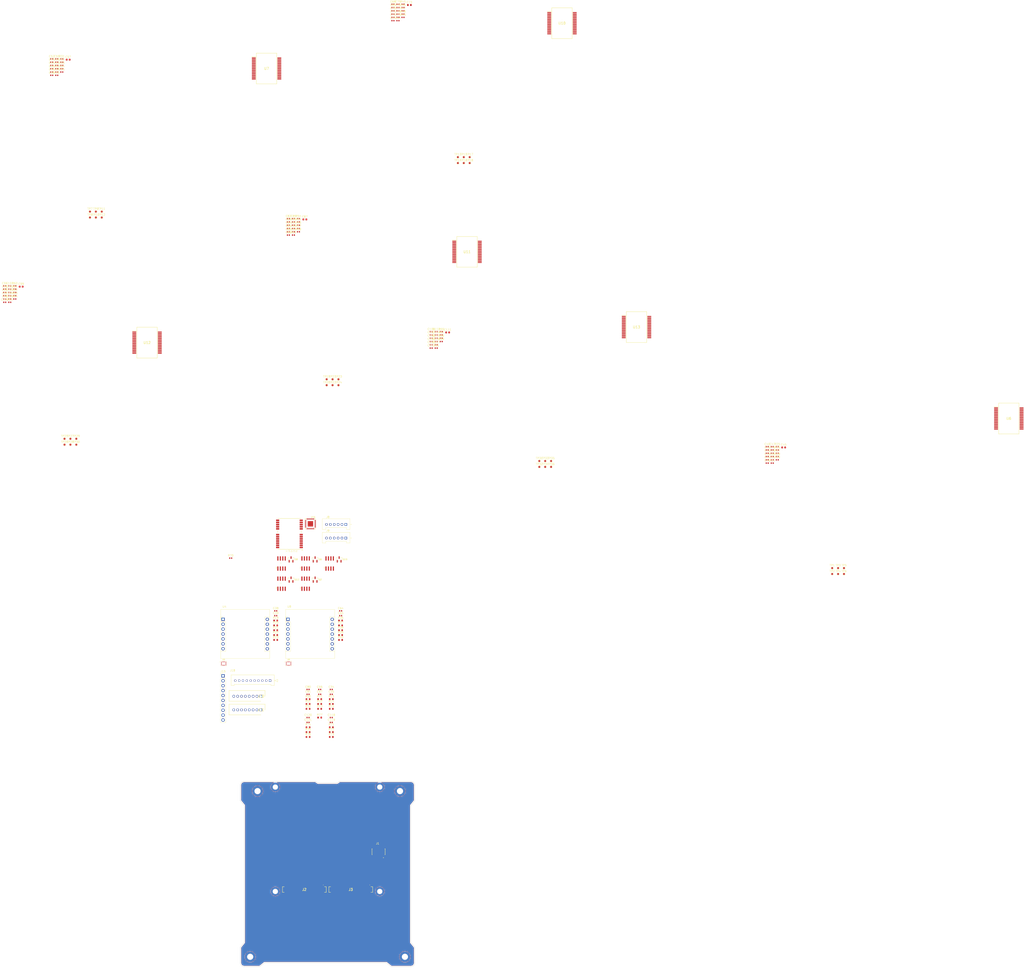
<source format=kicad_pcb>
(kicad_pcb (version 20221018) (generator pcbnew)
  (layers (0 "F.Cu" signal) (1 "In1.Cu" signal) (2 "In2.Cu" signal) (31 "B.Cu" signal) (34 "B.Paste" user) (35 "F.Paste" user) (36 "B.SilkS" user "B.Silkscreen") (37 "F.SilkS" user "F.Silkscreen") (38 "B.Mask" user) (39 "F.Mask" user) (44 "Edge.Cuts" user))
  (net 0 "")
  (net 1 "VSYS")
  (net 2 "GPIO_LPSR_00")
  (net 3 "VDD_3V3")
  (net 4 "GPIO_LPSR_01")
  (net 5 "GPIO_LPSR_02")
  (net 6 "ONOFF")
  (net 7 "GPIO_LPSR_03")
  (net 8 "PMIC_STBY_REQ")
  (net 9 "WAKEUP")
  (net 10 "GPIO_LPSR_04")
  (net 11 "PMIC_ON_REQ")
  (net 12 "GPIO_LPSR_05")
  (net 13 "DAC_OUT")
  (net 14 "GPIO_LPSR_06")
  (net 15 "EN_ADCS")
  (net 16 "GPIO_LPSR_07")
  (net 17 "GPIO_SD_B1_00")
  (net 18 "GPIO_LPSR_08")
  (net 19 "GPIO_SD_B1_01")
  (net 20 "GPIO_LPSR_09")
  (net 21 "GPIO_SD_B1_03")
  (net 22 "GPIO_AD_00")
  (net 23 "GPIO_SD_B1_04")
  (net 24 "GPIO_AD_01")
  (net 25 "GPIO_SD_B1_05")
  (net 26 "GPIO_AD_02")
  (net 27 "USDHC2_DATA3")
  (net 28 "GPIO_AD_03")
  (net 29 "USDHC2_DATA2")
  (net 30 "GPIO_AD_04")
  (net 31 "USDHC2_DATA1")
  (net 32 "BT_CFG_IO_EN")
  (net 33 "USDHC2_DATA0")
  (net 34 "USDHC2_CLK")
  (net 35 "GPIO_AD_06")
  (net 36 "USDHC2_CMD")
  (net 37 "GPIO_AD_07")
  (net 38 "GPIO_AD_08")
  (net 39 "GPIO_EMC_B1_40")
  (net 40 "GPIO_AD_09")
  (net 41 "GPIO_EMC_B1_41")
  (net 42 "GPIO_AD_10")
  (net 43 "GPIO_AD_11")
  (net 44 "VDD_3V3_LP")
  (net 45 "GPIO_AD_12")
  (net 46 "GPIO_AD_13")
  (net 47 "GPIO_AD_14")
  (net 48 "GPIO_AD_15")
  (net 49 "GPIO_AD_16")
  (net 50 "GPIO_AD_17")
  (net 51 "GPIO_AD_18")
  (net 52 "GPIO_AD_19")
  (net 53 "GPIO_AD_20")
  (net 54 "GPIO_AD_21")
  (net 55 "GPIO_AD_23")
  (net 56 "GPIO_AD_22")
  (net 57 "GPIO_AD_31")
  (net 58 "LPUART1_RX_BOOT")
  (net 59 "GPIO_AD_32")
  (net 61 "GPIO_AD_26")
  (net 62 "GPIO_AD_33")
  (net 63 "GPIO_AD_34")
  (net 64 "GPIO_AD_27")
  (net 65 "GPIO_AD_35")
  (net 66 "GPIO_AD_28")
  (net 67 "GPIO_AD_29")
  (net 68 "GPIO_AD_30")
  (net 69 "VDD_1V8")
  (net 70 "GPIO_SNVS_00")
  (net 71 "GPIO_SNVS_01")
  (net 72 "GPIO_DISP_B1_00")
  (net 73 "GPIO_SNVS_02")
  (net 75 "GPIO_DISP_B1_01")
  (net 77 "GPIO_SNVS_03")
  (net 79 "GPIO_DISP_B1_02")
  (net 81 "GPIO_SNVS_04")
  (net 82 "GPIO_DISP_B1_03")
  (net 83 "GPIO_DISP_B1_04")
  (net 85 "GPIO_SNVS_05")
  (net 87 "GPIO_DISP_B1_05")
  (net 89 "GPIO_SNVS_06")
  (net 91 "GPIO_SNVS_07")
  (net 92 "GPIO_DISP_B1_06")
  (net 93 "GPIO_SNVS_08")
  (net 94 "GPIO_DISP_B1_07")
  (net 95 "GPIO_SNVS_09")
  (net 96 "GPIO_DISP_B1_08")
  (net 97 "GPIO_DISP_B1_09")
  (net 98 "GPIO_EMC_B2_00")
  (net 99 "GPIO_DISP_B1_10")
  (net 100 "GPIO_EMC_B2_01")
  (net 101 "GPIO_DISP_B1_11")
  (net 102 "GPIO_EMC_B2_02")
  (net 103 "GPIO_EMC_B2_03")
  (net 104 "GPIO_DISP_B2_00")
  (net 105 "GPIO_EMC_B2_04")
  (net 106 "GPIO_DISP_B2_01")
  (net 107 "GPIO_DISP_B2_02")
  (net 108 "GPIO_EMC_B2_05")
  (net 109 "GPIO_DISP_B2_03")
  (net 110 "GPIO_EMC_B2_06")
  (net 111 "GPIO_DISP_B2_04")
  (net 112 "GPIO_EMC_B2_07")
  (net 113 "GPIO_DISP_B2_05")
  (net 114 "GPIO_EMC_B2_08")
  (net 115 "GPIO_EMC_B2_09")
  (net 116 "GPIO_DISP_B2_06")
  (net 117 "GPIO_DISP_B2_07")
  (net 118 "GPIO_EMC_B2_10")
  (net 119 "GPIO_DISP_B2_08")
  (net 120 "GPIO_EMC_B2_11")
  (net 121 "GPIO_DISP_B2_09")
  (net 122 "GPIO_EMC_B2_12")
  (net 123 "GPIO_DISP_B2_10")
  (net 124 "GPIO_EMC_B2_13")
  (net 125 "GPIO_EMC_B2_14")
  (net 126 "GPIO_DISP_B2_11")
  (net 127 "GPIO_DISP_B2_12")
  (net 128 "GPIO_EMC_B2_15")
  (net 129 "GPIO_DISP_B2_13")
  (net 130 "GPIO_EMC_B2_16")
  (net 131 "GPIO_DISP_B2_14")
  (net 132 "GPIO_EMC_B2_17")
  (net 133 "GPIO_DISP_B2_15")
  (net 134 "GPIO_EMC_B2_18")
  (net 135 "GPIO_EMC_B2_19")
  (net 136 "GPIO_EMC_B2_20")
  (net 143 "GND")
  (net 144 "/IMU2_and_MAG2/3V3_SENSORS")
  (net 145 "Net-(C34-Pad2)")
  (net 146 "/IMU1_and_MAG1/3V3_SENSORS")
  (net 147 "/3V3_PD2")
  (net 148 "Net-(C66-Pad2)")
  (net 149 "/3V3_PD1")
  (net 150 "Net-(C80-Pad2)")
  (net 151 "/GPS/3V3_GPS")
  (net 152 "Net-(C118-Pad2)")
  (net 153 "Net-(C120-Pad2)")
  (net 162 "+3V3")
  (net 179 "/IMU2_and_MAG2/EN_SENSORS")
  (net 180 "Net-(Q2-G)")
  (net 181 "Net-(Q2-D)")
  (net 182 "Net-(U4-SO{slash}ADDR1)")
  (net 183 "Net-(U4-SSN{slash}ADDR0)")
  (net 184 "Net-(U4-I2CEN)")
  (net 185 "/SCL2")
  (net 186 "/SDA2")
  (net 187 "Net-(U8-SO{slash}ADDR1)")
  (net 188 "Net-(U8-SSN{slash}ADDR0)")
  (net 189 "Net-(U8-I2CEN)")
  (net 190 "/SCL4")
  (net 191 "/SDA4")
  (net 192 "/Photodiode Enable 2/EN")
  (net 193 "Net-(Q6-G)")
  (net 194 "Net-(Q6-D)")
  (net 195 "/Photodiode Enable 1/EN")
  (net 196 "Net-(Q8-G)")
  (net 197 "Net-(Q8-D)")
  (net 198 "/GPS/EN_GPS")
  (net 199 "Net-(Q10-G)")
  (net 200 "Net-(Q10-D)")
  (net 201 "/IMU1_and_MAG1/EN_SENSORS")
  (net 202 "Net-(Q12-G)")
  (net 203 "Net-(Q12-D)")
  (net 204 "Net-(U14-RSTN)")
  (net 205 "Net-(U6-GND_C)")
  (net 206 "Net-(U6-GND_B)")
  (net 207 "Net-(U6-GND_A)")
  (net 208 "Net-(U7-GND_C)")
  (net 209 "Net-(U7-GND_B)")
  (net 210 "Net-(U7-GND_A)")
  (net 211 "Net-(U10-GND_C)")
  (net 212 "Net-(U10-GND_B)")
  (net 213 "Net-(U10-GND_A)")
  (net 214 "Net-(U11-GND_C)")
  (net 215 "Net-(U11-GND_B)")
  (net 216 "Net-(U11-GND_A)")
  (net 217 "Net-(U12-GND_C)")
  (net 218 "Net-(U12-GND_B)")
  (net 219 "Net-(U12-GND_A)")
  (net 220 "Net-(U13-GND_C)")
  (net 221 "Net-(U13-GND_B)")
  (net 222 "Net-(U13-GND_A)")
  (net 223 "/IMU1_and_MAG1/DRDY_MAG")
  (net 234 "/IMU2_and_MAG2/DRDY_MAG")
  (net 245 "/Magnetorquer Controller 2/AGND")
  (net 246 "Net-(U6-VREG)")
  (net 247 "/Magnetorquer Controller 2/OUT_A")
  (net 248 "Net-(U6-BST_A)")
  (net 249 "/Magnetorquer Controller 2/OUT_B")
  (net 250 "Net-(U6-BST_B)")
  (net 251 "Net-(U6-VDD)")
  (net 252 "+12V")
  (net 253 "/Magnetorquer Controller 2/OUT_C")
  (net 254 "Net-(U6-BST_C)")
  (net 255 "/Motor Controller 2/AGND")
  (net 256 "Net-(U7-VREG)")
  (net 257 "/Motor Controller 2/OUT_A")
  (net 258 "Net-(U7-BST_A)")
  (net 259 "/Motor Controller 2/OUT_B")
  (net 260 "Net-(U7-BST_B)")
  (net 261 "Net-(U7-VDD)")
  (net 262 "/Motor Controller 2/OUT_C")
  (net 263 "Net-(U7-BST_C)")
  (net 264 "/Motor Controller 4/AGND")
  (net 265 "Net-(U10-VREG)")
  (net 266 "/Motor Controller 4/OUT_A")
  (net 267 "Net-(U10-BST_A)")
  (net 268 "/Motor Controller 4/OUT_B")
  (net 269 "Net-(U10-BST_B)")
  (net 270 "Net-(U10-VDD)")
  (net 271 "/Motor Controller 4/OUT_C")
  (net 272 "Net-(U10-BST_C)")
  (net 273 "/Motor Controller 1/AGND")
  (net 274 "Net-(U11-VREG)")
  (net 275 "/Motor Controller 1/OUT_A")
  (net 276 "Net-(U11-BST_A)")
  (net 277 "/Motor Controller 1/OUT_B")
  (net 278 "Net-(U11-BST_B)")
  (net 279 "Net-(U11-VDD)")
  (net 280 "/Motor Controller 1/OUT_C")
  (net 281 "Net-(U11-BST_C)")
  (net 282 "/Motor Controller 3/AGND")
  (net 283 "Net-(U12-VREG)")
  (net 284 "/Motor Controller 3/OUT_A")
  (net 285 "Net-(U12-BST_A)")
  (net 286 "/Motor Controller 3/OUT_B")
  (net 287 "Net-(U12-BST_B)")
  (net 288 "Net-(U12-VDD)")
  (net 289 "/Motor Controller 3/OUT_C")
  (net 290 "Net-(U12-BST_C)")
  (net 291 "/Magnetorquer Controller 1/AGND")
  (net 292 "Net-(U13-VREG)")
  (net 293 "/Magnetorquer Controller 1/OUT_A")
  (net 294 "Net-(U13-BST_A)")
  (net 295 "/Magnetorquer Controller 1/OUT_B")
  (net 296 "Net-(U13-BST_B)")
  (net 297 "Net-(U13-VDD)")
  (net 298 "/Magnetorquer Controller 1/OUT_C")
  (net 299 "Net-(U13-BST_C)")
  (net 300 "/Magnetorquer Controller 2/M1")
  (net 301 "Net-(U6-OC_ADJ)")
  (net 302 "/Motor Controller 2/M1")
  (net 303 "Net-(U7-OC_ADJ)")
  (net 304 "/Motor Controller 4/M1")
  (net 305 "Net-(U10-OC_ADJ)")
  (net 306 "/Motor Controller 1/M1")
  (net 307 "Net-(U11-OC_ADJ)")
  (net 308 "/Motor Controller 3/M1")
  (net 309 "Net-(U12-OC_ADJ)")
  (net 310 "/Magnetorquer Controller 1/M1")
  (net 311 "Net-(U13-OC_ADJ)")
  (net 320 "/GPS/RF_IN")
  (net 329 "/RX_FROM_GPS")
  (net 330 "/TX_TO_GPS")
  (net 337 "Net-(U15-PORT1)")
  (net 338 "Net-(U15-PORT2)")
  (net 339 "/Magnetorquer Controller 2/OTW")
  (net 340 "/Magnetorquer Controller 2/Fault")
  (net 341 "/Magnetorquer Controller 2/PWM_A")
  (net 342 "/Magnetorquer Controller 2/RESET_A")
  (net 343 "/Magnetorquer Controller 2/PWM_B")
  (net 344 "/Magnetorquer Controller 2/VREG")
  (net 345 "/Magnetorquer Controller 2/RESET_B")
  (net 346 "/Magnetorquer Controller 2/RESET_C")
  (net 347 "/Magnetorquer Controller 2/PWM_C")
  (net 348 "/Motor Controller 2/OTW")
  (net 349 "/Motor Controller 2/Fault")
  (net 350 "/Motor Controller 2/PWM_A")
  (net 351 "/Motor Controller 2/RESET_A")
  (net 352 "/Motor Controller 2/PWM_B")
  (net 353 "/Motor Controller 2/VREG")
  (net 354 "/Motor Controller 2/RESET_B")
  (net 355 "/Motor Controller 2/RESET_C")
  (net 356 "/Motor Controller 2/PWM_C")
  (net 357 "/Motor Controller 4/OTW")
  (net 358 "/Motor Controller 4/Fault")
  (net 359 "/Motor Controller 4/PWM_A")
  (net 360 "/Motor Controller 4/RESET_A")
  (net 361 "/Motor Controller 4/PWM_B")
  (net 362 "/Motor Controller 4/VREG")
  (net 363 "/Motor Controller 4/RESET_B")
  (net 364 "/Motor Controller 4/RESET_C")
  (net 365 "/Motor Controller 4/PWM_C")
  (net 366 "/Motor Controller 1/OTW")
  (net 367 "/Motor Controller 1/Fault")
  (net 368 "/Motor Controller 1/PWM_A")
  (net 369 "/Motor Controller 1/RESET_A")
  (net 370 "/Motor Controller 1/PWM_B")
  (net 371 "/Motor Controller 1/VREG")
  (net 372 "/Motor Controller 1/RESET_B")
  (net 373 "/Motor Controller 1/RESET_C")
  (net 374 "/Motor Controller 1/PWM_C")
  (net 375 "/Motor Controller 3/OTW")
  (net 376 "/Motor Controller 3/Fault")
  (net 377 "/Motor Controller 3/PWM_A")
  (net 378 "/Motor Controller 3/RESET_A")
  (net 379 "/Motor Controller 3/PWM_B")
  (net 380 "/Motor Controller 3/VREG")
  (net 381 "/Motor Controller 3/RESET_B")
  (net 382 "/Motor Controller 3/RESET_C")
  (net 383 "/Motor Controller 3/PWM_C")
  (net 384 "/Magnetorquer Controller 1/OTW")
  (net 385 "/Magnetorquer Controller 1/Fault")
  (net 386 "/Magnetorquer Controller 1/PWM_A")
  (net 387 "/Magnetorquer Controller 1/RESET_A")
  (net 388 "/Magnetorquer Controller 1/PWM_B")
  (net 389 "/Magnetorquer Controller 1/VREG")
  (net 390 "/Magnetorquer Controller 1/RESET_B")
  (net 391 "/Magnetorquer Controller 1/RESET_C")
  (net 392 "/Magnetorquer Controller 1/PWM_C")
  (footprint "adcs:Perfect_0402" (layer "F.Cu") (at 47.025 -45)
    (fp_text reference "C35")
    (fp_text value "4.7uF")
  )
  (footprint "mainboard:NDS8434" (layer "F.Cu") (at 21.305 -102.2162)
    (fp_text reference "Q13")
    (fp_text value "NDS8434" hide)
  )
  (footprint "TestPoint:TestPoint_Pad_D1.0mm" (layer "F.Cu") (at 50.725 -207.965)
    (fp_text reference "TP23")
    (fp_text value "TestPoint")
  )
  (footprint "adcs:Perfect_0402" (layer "F.Cu") (at -121.85 -251.2)
    (fp_text reference "C97")
    (fp_text value "1uF")
  )
  (footprint "adcs:RM3100" (layer "F.Cu") (at 36.055 -76.175)
    (fp_text reference "U8")
    (fp_text value "RM3100 Dev Board")
  )
  (footprint "TestPoint:TestPoint_Pad_D1.0mm" (layer "F.Cu") (at 160.675 -162.64)
    (fp_text reference "TP36")
    (fp_text value "TestPoint")
  )
  (footprint "Capacitor_SMD:C_0603_1608Metric" (layer "F.Cu") (at -89.045 -373.32)
    (fp_text reference "C57")
    (fp_text value "47uF")
  )
  (footprint "adcs:Perfect_0402" (layer "F.Cu") (at -119.25 -251.2)
    (fp_text reference "C104")
    (fp_text value "0.1uF")
  )
  (footprint "adcs:Perfect_0402" (layer "F.Cu") (at 24.85 -289.375)
    (fp_text reference "C83")
    (fp_text value "100nF")
  )
  (footprint "mainboard:SOT-23" (layer "F.Cu") (at 38.6532 -114.8406)
    (fp_text reference "Q6")
    (fp_text value "IRLML2803" hide)
  )
  (footprint "TestPoint:TestPoint_Pad_D1.0mm" (layer "F.Cu") (at 154.575 -165.69)
    (fp_text reference "TP31")
    (fp_text value "TestPoint")
  )
  (footprint "adcs:Perfect_0402" (layer "F.Cu") (at 41.015 -47.51)
    (fp_text reference "C66")
    (fp_text value "10nF")
  )
  (footprint "adcs:Perfect_0402" (layer "F.Cu") (at 81.49 -402)
    (fp_text reference "C75")
    (fp_text value "100nF")
  )
  (footprint "Resistor_SMD:R_0603_1608Metric" (layer "F.Cu") (at 18.275 -75.63)
    (fp_text reference "R22")
    (fp_text value "10k")
  )
  (footprint "Capacitor_SMD:C_0603_1608Metric" (layer "F.Cu") (at 280.945 -172.695)
    (fp_text reference "C45")
    (fp_text value "47uF")
  )
  (footprint "adcs:Perfect_0402" (layer "F.Cu") (at -94.95 -365.225)
    (fp_text reference "R30")
    (fp_text value "10k")
  )
  (footprint "Resistor_SMD:R_0603_1608Metric" (layer "F.Cu") (at 18.275 -78.14)
    (fp_text reference "R21")
    (fp_text value "10k")
  )
  (footprint "adcs:SOP65P1420X360-36N" (layer "F.Cu") (at 117.2 -273.9)
    (fp_text reference "U11")
    (fp_text value "DRV8332DKDR" hide)
  )
  (footprint "adcs:XDCR_BMI270" (layer "F.Cu") (at -8.63 -60.89)
    (fp_text reference "U5")
    (fp_text value "BMI270")
  )
  (footprint "adcs:Perfect_0402" (layer "F.Cu") (at -116.65 -251.2)
    (fp_text reference "R63")
    (fp_text value "10k")
  )
  (footprint "adcs:Perfect_0402" (layer "F.Cu") (at -116.65 -252.9)
    (fp_text reference "R62")
    (fp_text value "10k")
  )
  (footprint "adcs:Perfect_0402" (layer "F.Cu") (at -94.95 -370.325)
    (fp_text reference "C61")
    (fp_text value "100nF")
  )
  (footprint "adcs:Perfect_0402" (layer "F.Cu") (at 101.29 -227.5)
    (fp_text reference "C116")
    (fp_text value "0.1uF")
  )
  (footprint "TestPoint:TestPoint_Pad_D1.0mm" (layer "F.Cu") (at -77.775 -294.715)
    (fp_text reference "TP7")
    (fp_text value "TestPoint")
  )
  (footprint "adcs:Perfect_0402" (layer "F.Cu") (at 275.04 -173.1)
    (fp_text reference "C47")
    (fp_text value "100nF")
  )
  (footprint "adcs:Perfect_0402" (layer "F.Cu") (at 272.44 -171.4)
    (fp_text reference "C41")
    (fp_text value "100nF")
  )
  (footprint "adcs:Perfect_0402" (layer "F.Cu") (at 101.29 -225.8)
    (fp_text reference "C117")
    (fp_text value "0.1uF")
  )
  (footprint "adcs:Perfect_0402" (layer "F.Cu") (at -121.85 -247.8)
    (fp_text reference "C100")
    (fp_text value "100nF")
  )
  (footprint "TestPoint:TestPoint_Pad_D1.0mm" (layer "F.Cu") (at -74.725 -291.665)
    (fp_text reference "TP10")
    (fp_text value "TestPoint")
  )
  (footprint "adcs:Perfect_0402" (layer "F.Cu") (at 101.29 -230.9)
    (fp_text reference "C114")
    (fp_text value "0.1uF")
  )
  (footprint "TestPoint:TestPoint_Pad_D1.0mm" (layer "F.Cu") (at 306.025 -107.24)
    (fp_text reference "TP2")
    (fp_text value "TestPoint")
  )
  (footprint "adcs:XDCR_BMI270" (layer "F.Cu") (at 24.93 -60.89)
    (fp_text reference "U9")
    (fp_text value "BMI270")
  )
  (footprint "adcs:Perfect_0402" (layer "F.Cu") (at 30.05 -287.675)
    (fp_text reference "R56")
    (fp_text value "10k")
  )
  (footprint "adcs:CON_353621050" (layer "F.Cu") (at 15.353455 -52.081501)
    (fp_text reference "J18")
    (fp_text value "Thruster Connector")
  )
  (footprint "adcs:Perfect_0402" (layer "F.Cu") (at 51.835 -85.67)
    (fp_text reference "C65")
    (fp_text value "0.1uF")
  )
  (footprint "Resistor_SMD:R_0603_1608Metric" (layer "F.Cu") (at 47.025 -25.43)
    (fp_text reference "R72")
    (fp_text value "4.7K")
  )
  (footprint "TestPoint:TestPoint_Pad_D1.0mm" (layer "F.Cu") (at -71.675 -294.715)
    (fp_text reference "TP11")
    (fp_text value "TestPoint")
  )
  (footprint "TestPoint:TestPoint_Pad_D1.0mm" (layer "F.Cu") (at 118.575 -322.89)
    (fp_text reference "TP17")
    (fp_text value "TestPoint")
  )
  (footprint "Resistor_SMD:R_0603_1608Metric" (layer "F.Cu") (at 35.005 -27.94)
    (fp_text reference "R74")
    (fp_text value "10K")
  )
  (footprint "adcs:Perfect_0402" (layer "F.Cu") (at 84.09 -402)
    (fp_text reference "R45")
    (fp_text value "36k")
  )
  (footprint "adcs:Perfect_0402" (layer "F.Cu") (at 81.49 -396.9)
    (fp_text reference "C78")
    (fp_text value "0.1uF")
  )
  (footprint "adcs:Perfect_0402" (layer "F.Cu") (at 84.09 -400.3)
    (fp_text reference "R46")
    (fp_text value "1")
  )
  (footprint "adcs:Perfect_0402" (layer "F.Cu") (at 78.89 -402)
    (fp_text reference "C68")
    (fp_text value "100nF")
  )
  (footprint "adcs:Perfect_0402" (layer "F.Cu") (at 27.45 -289.375)
    (fp_text reference "C90")
    (fp_text value "0.1uF")
  )
  (footprint "TestPoint:TestPoint_Pad_D1.0mm" (layer "F.Cu") (at 118.575 -319.84)
    (fp_text reference "TP18")
    (fp_text value "TestPoint")
  )
  (footprint "Resistor_SMD:R_0603_1608Metric" (layer "F.Cu") (at 47.025 -27.94)
    (fp_text reference "R71")
    (fp_text value "10K")
  )
  (footprint "adcs:Perfect_0402" (layer "F.Cu") (at 277.64 -171.4)
    (fp_text reference "R26")
    (fp_text value "1")
  )
  (footprint "adcs:Perfect_0402" (layer "F.Cu") (at 30.05 -285.975)
    (fp_text reference "R57")
    (fp_text value "10k")
  )
  (footprint "mainboard:SOT-23" (layer "F.Cu") (at 51.0932 -114.8406)
    (fp_text reference "Q10")
    (fp_text value "IRLML2803" hide)
  )
  (footprint "Resistor_SMD:R_0603_1608Metric" (layer "F.Cu") (at 51.835 -83.16)
    (fp_text reference "R36")
    (fp_text value "10k")
  )
  (footprint "mainboard:SOT-23" (layer "F.Cu") (at 26.2132 -104.4006)
    (fp_text reference "Q12")
    (fp_text value "IRLML2803" hide)
  )
  (footprint "adcs:Perfect_0402" (layer "F.Cu") (at 35.005 -45)
    (fp_text reference "C81")
    (fp_text value "4.7uF")
  )
  (footprint "adcs:SOP65P1420X360-36N" (layer "F.Cu") (at -48.25 -226.925)
    (fp_text reference "U12")
    (fp_text value "DRV8332DKDR" hide)
  )
  (footprint "adcs:Perfect_0402" (layer "F.Cu") (at -97.55 -366.925)
    (fp_text reference "C56")
    (fp_text value "100nF")
  )
  (footprint "Resistor_SMD:R_0603_1608Metric" (layer "F.Cu") (at 18.275 -83.16)
    (fp_text reference "R19")
    (fp_text value "10k")
  )
  (footprint "adcs:SOP65P1420X360-36N" (layer "F.Cu") (at 13.55 -368.75)
    (fp_text reference "U7")
    (fp_text value "DRV8332DKDR" hide)
  )
  (footprint "adcs:Perfect_0402" (layer "F.Cu") (at -92.35 -373.725)
    (fp_text reference "R31")
    (fp_text value "36k")
  )
  (footprint "adcs:Perfect_0402" (layer "F.Cu") (at 272.44 -168)
    (fp_text reference "C43")
    (fp_text value "1uF")
  )
  (footprint "Resistor_SMD:R_0603_1608Metric" (layer "F.Cu") (at 18.275 -73.12)
    (fp_text reference "R23")
    (fp_text value "10k")
  )
  (footprint "Resistor_SMD:R_0603_1608Metric" (layer "F.Cu") (at 47.025 -37.47)
    (fp_text reference "R15")
    (fp_text value "3.3k")
  )
  (footprint "adcs:Perfect_0402" (layer "F.Cu") (at 30.05 -289.375)
    (fp_text reference "R55")
    (fp_text value "1")
  )
  (footprint "mainboard:NDS8434" (layer "F.Cu") (at 21.305 -112.6562)
    (fp_text reference "Q9")
    (fp_text value "NDS8434" hide)
  )
  (footprint "MountingHole:MountingHole_3.2mm_M3_DIN965_Pad" (layer "F.Cu") (at 8.89 5.08)
    (fp_text reference "H5" hide)
    (fp_text value "MountingHole_Pad")
  )
  (footprint "adcs:Perfect_0402" (layer "F.Cu") (at -116.65 -249.5)
    (fp_text reference "R64")
    (fp_text value "10k")
  )
  (footprint "adcs:Perfect_0402" (layer "F.Cu") (at 51.835 -88.18)
    (fp_text reference "C64")
    (fp_text value "0.1uF")
  )
  (footprint "MountingHole:MountingHole_3.2mm_M3_DIN965_Pad" (layer "F.Cu") (at 85.09 90.81)
    (fp_text reference "H7" hide)
    (fp_text value "MountingHole_Pad")
  )
  (footprint "TestPoint:TestPoint_Pad_D1.0mm" (layer "F.Cu") (at -77.775 -291.665)
    (fp_text reference "TP8")
    (fp_text value "TestPoint")
  )
  (footprint "Resistor_SMD:R_0603_1608Metric" (layer "F.Cu") (at 18.275 -80.65)
    (fp_text reference "R20")
    (fp_text value "10k")
  )
  (footprint "adcs:Perfect_0402" (layer "F.Cu") (at -121.85 -252.9)
    (fp_text reference "C96")
    (fp_text value "100nF")
  )
  (footprint "adcs:Perfect_0402" (layer "F.Cu") (at 98.69 -224.1)
    (fp_text reference "C112")
    (fp_text value "100nF")
  )
  (footprint "adcs:Perfect_0402" (layer "F.Cu") (at 103.89 -229.2)
    (fp_text reference "R68")
    (fp_text value "10k")
  )
  (footprint "mainboard:MOLEX_35362-0650" (layer "F.Cu") (at 49.5364 -132.8723)
    (fp_text reference "J8")
    (fp_text value "353620650")
  )
  (footprint "Resistor_SMD:R_0603_1608Metric" (layer "F.Cu") (at 35.005 -22.92)
    (fp_text reference "R76")
    (fp_text value "3.3k")
  )
  (footprint "TestPoint:TestPoint_Pad_D1.0mm" (layer "F.Cu") (at 112.475 -319.84)
    (fp_text reference "TP14")
    (fp_text value "TestPoint")
  )
  (footprint "TestPoint:TestPoint_Pad_D1.0mm" (layer "F.Cu") (at -87.875 -174.14)
    (fp_text reference "TP28")
    (fp_text value "TestPoint")
  )
  (footprint "TestPoint:TestPoint_Pad_D1.0mm" (layer "F.Cu") (at 312.125 -107.24)
    (fp_text reference "TP6")
    (fp_text value "TestPoint")
  )
  (footprint "Resistor_SMD:R_0603_1608Metric" (layer "F.Cu") (at 51.835 -75.63)
    (fp_text reference "R39")
    (fp_text value "10k")
  )
  (footprint "TestPoint:TestPoint_Pad_D1.0mm" (layer "F.Cu") (at 157.625 -165.69)
    (fp_text reference "TP33")
    (fp_text value "TestPoint")
  )
  (footprint "Resistor_SMD:R_0603_1608Metric" (layer "F.Cu") (at 51.835 -73.12)
    (fp_text reference "R40")
    (fp_text value "10k")
  )
  (footprint "adcs:Perfect_0402" (layer "F.Cu") (at 277.64 -173.1)
    (fp_text reference "R25")
    (fp_text value "36k")
  )
  (footprint "TestPoint:TestPoint_Pad_D1.0mm" (layer "F.Cu") (at 47.675 -204.915)
    (fp_text reference "TP22")
    (fp_text value "TestPoint")
  )
  (footprint "adcs:Perfect_0402" (layer "F.Cu") (at 27.45 -287.675)
    (fp_text reference "C91")
    (fp_text value "100nF")
  )
  (footprint "adcs:DF40HC30100DS04V51" (layer "F.Cu") (at 33.085 56 180)
    (fp_text reference "J2")
    (fp_text value "DF40HC_3.0_-100DS-0.4V_51_" hide)
  )
  (footprint "Resistor_SMD:R_0603_1608Metric" (layer "F.Cu") (at 35.005 -39.98)
    (fp_text reference "R51")
    (fp_text value "4.7K")
  )
  (footprint "adcs:Perfect_0402" (layer "F.Cu") (at 35.005 -32.96)
    (fp_text reference "C120")
    (fp_text value "10nF")
  )
  (footprint "Resistor_SMD:R_0603_1608Metric" (layer "F.Cu") (at 35.005 -37.47)
    (fp_text reference "R52")
    (fp_text value "3.3k")
  )
  (footprint "adcs:Perfect_0402" (layer "F.Cu") (at 18.275 -88.18)
    (fp_text reference "C38")
    (fp_text value "0.1uF")
  )
  (footprint "mainboard:SOT-23" (layer "F.Cu") (at 38.6532 -104.4006)
    (fp_text reference "Q2")
    (fp_text value "IRLML2803" hide)
  )
  (footprint "adcs:Perfect_0402" (layer "F.Cu") (at 47.025 -32.96)
    (fp_text reference "C118")
    (fp_text value "10nF")
  )
  (footprint "adcs:Perfect_0402" (layer "F.Cu") (at 78.89 -393.5)
    (fp_text reference "C74")
    (fp_text value "100nF")
  )
  (footprint "adcs:Perfect_0402" (layer "F.Cu") (at 103.89 -230.9)
    (fp_text reference "R67")
    (fp_text value "1")
  )
  (footprint "adcs:Perfect_0402" (layer "F.Cu") (at -97.55 -372.025)
    (fp_text reference "C53")
    (fp_text value "100nF")
  )
  (footprint "adcs:Perfect_0402" (layer "F.Cu") (at -116.65 -256.3)
    (fp_text reference "R60")
    (fp_text value "36k")
  )
  (footprint "MountingHole:MountingHole_2.7mm_M2.5_DIN965_Pad" (layer "F.Cu") (at 72.085 57)
    (fp_text reference "H3" hide)
    (fp_text value "MountingHole_Pad")
  )
  (footprint "adcs:Perfect_0402" (layer "F.Cu") (at -121.85 -256.3)
    (fp_text reference "C94")
    (fp_text value "100nF")
  )
  (footprint "adcs:Perfect_0402" (layer "F.Cu") (at 41.015 -45)
    (fp_text reference "C67")
    (fp_text value "4.7uF")
  )
  (footprint "adcs:Perfect_0402" (layer "F.Cu") (at 98.69 -225.8)
    (fp_text reference "C110")
    (fp_text value "100nF")
  )
  (footprint "adcs:Perfect_0402" (layer "F.Cu") (at 81.49 -395.2)
    (fp_text reference "C79")
    (fp_text value "0.1uF")
  )
  (footprint "adcs:Perfect_0402" (layer "F.Cu") (at 98.69 -229.2)
    (fp_text reference "C108")
    (fp_text value "100nF")
  )
  (footprint "TestPoint:TestPoint_Pad_D1.0mm" (layer "F.Cu") (at 112.475 -322.89)
    (fp_text reference "TP13")
    (fp_text value "TestPoint")
  )
  (footprint "Resistor_SMD:R_0603_1608Metric" (layer "F.Cu") (at 41.015 -32.96)
    (fp_text reference "R77")
    (fp_text value "10K")
  )
  (footprint "Resistor_SMD:R_0603_1608Metric" (layer "F.Cu") (at 47.025 -39.98)
    (fp_text reference "R14")
    (fp_text value "4.7K")
  )
  (footprint "adcs:Perfect_0402" (layer "F.Cu") (at -94.95 -372.025)
    (fp_text reference "C60")
    (fp_text value "0.1uF")
  )
  (footprint "adcs:Perfect_0402" (layer "F.Cu") (at -94.95 -366.925)
    (fp_text reference "C63")
    (fp_text value "0.1uF")
  )
  (footprint "adcs:Perfect_0402" (layer "F.Cu") (at 78.89 -400.3)
    (fp_text reference "C69")
    (fp_text value "100nF")
  )
  (footprint "adcs:SOP65P1420X360-36N" (layer "F.Cu") (at 204.85 -234.975)
    (fp_text reference "U13")
    (fp_text value "DRV8332DKDR" hide)
  )
  (footprint "MountingHole:MountingHole_3.2mm_M3_DIN965_Pad" (layer "F.Cu") (at 5.08 90.81)
    (fp_text reference "H8" hide)
    (fp_text value "MountingHole_Pad")
  )
  (footprint "Resistor_SMD:R_0603_1608Metric" (layer "F.Cu") (at 41.015 -39.98)
    (fp_text reference "R42")
    (fp_text value "4.7K")
  )
  (footprint "mainboard:S1216_24PIN_PACKAGE" (layer "F.Cu") (at 25.6342 -128.615704)
    (fp_text reference "U14" hide)
    (fp_text value "Orion B16" hide)
  )
  (footprint "Resistor_SMD:R_0603_1608Metric" (layer "F.Cu") (at 51.835 -80.65)
    (fp_text reference "R37")
    (fp_text value "10k")
  )
  (footprint "adcs:Perfect_0402" (layer "F.Cu") (at 78.89 -395.2)
    (fp_text reference "C72")
    (fp_text value "100nF")
  )
  (footprint "adcs:Perfect_0402" (layer "F.Cu") (at -97.55 -365.225)
    (fp_text reference "C58")
    (fp_text value "100nF")
  )
  (footprint "adcs:Perfect_0402" (layer "F.Cu") (at 24.85 -285.975)
    (fp_text reference "C85")
    (fp_text value "1uF")
  )
  (footprint "adcs:Perfect_0402" (layer "F.Cu") (at -119.25 -247.8)
    (fp_text reference "R59")
    (fp_text value "10k")
  )
  (footprint "adcs:Perfect_0402" (layer "F.Cu") (at 275.04 -166.3)
    (fp_text reference "C51")
    (fp_text value "0.1uF")
  )
  (footprint "adcs:Perfect_0402" (layer "F.Cu") (at 101.29 -229.2)
    (fp_text reference "C115")
    (fp_text value "100nF")
  )
  (footprint "mainboard:SOT-23" (layer "F.Cu") (at 26.2132 -114.8406)
    (fp_text reference "Q8")
    (fp_text value "IRLML2803" hide)
  )
  (footprint "Resistor_SMD:R_0603_1608Metric" (layer "F.Cu") (at 35.005 -25.43)
    (fp_text reference "R75")
    (fp_text value "4.7K")
  )
  (footprint "adcs:Perfect_0402" (layer "F.Cu") (at -121.85 -249.5)
    (fp_text reference "C98")
    (fp_text value "100nF")
  )
  (footprint "TestPoint:TestPoint_Pad_D1.0mm" (layer "F.Cu") (at 157.625 -162.64)
    (fp_text reference "TP34")
    (fp_text value "TestPoint")
  )
  (footprint "adcs:Perfect_0402" (layer "F.Cu") (at 101.29 -232.6)
    (fp_text reference "C113")
    (fp_text value "100nF")
  )
  (footprint "adcs:Perfect_0402" (layer "F.Cu") (at -92.35 -366.925)
    (fp_text reference "R35")
    (fp_text value "10k")
  )
  (footprint "Connector_PinHeader_2.54mm:PinHeader_1x10_P2.54mm_Vertical" (layer "F.Cu") (at -8.955 -54.54)
    (fp_text reference "J15")
    (fp_text value "Conn_01x10")
  )
  (footprint "adcs:Perfect_0402" (layer "F.Cu") (at -94.95 -373.725)
    (fp_text reference "C59")
    (fp_text value "100nF")
  )
  (footprint "adcs:Perfect_0402" (layer "F.Cu") (at 35.005 -30.45)
    (fp_text reference "C121")
    (fp_text value "4.7uF")
  )
  (footprint "adcs:Perfect_0402" (layer "F.Cu") (at -119.25 -252.9)
    (fp_text reference "C103")
    (fp_text value "100nF")
  )
  (footprint "adcs:Perfect_0402" (layer "F.Cu") (at 27.45 -284.275)
    (fp_text reference "C93")
    (fp_text value "0.1uF")
  )
  (footprint "adcs:Perfect_0402" (layer "F.Cu") (at 84.09 -398.6)
    (fp_text reference "R47")
    (fp_text value "10k")
  )
  (footprint "TestPoint:TestPoint_Pad_D1.0mm" (layer "F.Cu") (at 115.525 -319.84)
    (fp_text reference "TP16")
    (fp_text value "TestPoint")
  )
  (footprint "adcs:Perfect_0402" (layer "F.Cu") (at 81.49 -393.5)
    (fp_text reference "R44")
    (fp_text value "10k")
  )
  (footprint "adcs:Perfect_0402" (layer "F.Cu") (at 275.04 -164.6)
    (fp_text reference "R24")
    (fp_text value "10k")
  )
  (footprint "adcs:Perfect_0402" (layer "F.Cu") (at 275.04 -168)
    (fp_text reference "C50")
    (fp_text value "0.1uF")
  )
  (footprint "TestPoint:TestPoint_Pad_D1.0mm" (layer "F.Cu") (at -71.675 -291.665)
    (fp_text reference "TP12")
    (fp_text value "TestPoint")
  )
  (footprint "mainboard:NDS8434" (layer "F.Cu") (at 46.185 -112.6562)
    (fp_text reference "Q11")
    (fp_text value "NDS8434" hide)
  )
  (footprint "adcs:Perfect_0402" (layer "F.Cu") (at -119.25 -256.3)
    (fp_text reference "C101")
    (fp_text value "100nF")
  )
  (footprint "TestPoint:TestPoint_Pad_D1.0mm" (layer "F.Cu") (at -84.825 -174.14)
    (fp_text reference "TP30")
    (fp_text value "TestPoint")
  )
  (footprint "adcs:Perfect_0402" (layer "F.Cu") (at 27.45 -285.975)
    (fp_text reference "C92")
    (fp_text value "0.1uF")
  )
  (footprint "adcs:Perfect_0402" (layer "F.Cu") (at 272.44 -169.7)
    (fp_text reference "C42")
    (fp_text value "100nF")
  )
  (footprint "adcs:Perfect_0402" (layer "F.Cu") (at 78.89 -396.9)
    (fp_text reference "C71")
    (fp_text value "1uF")
  )
  (footprint "TestPoint:TestPoint_Pad_D1.0mm" (layer "F.Cu") (at 306.025 -110.29)
    (fp_text reference "TP1")
    (fp_text value "TestPoint")
  )
  (footprint "TestPoint:TestPoint_Pad_D1.0mm" (layer "F.Cu") (at 47.675 -207.965)
    (fp_text reference "TP21")
    (fp_text value "TestPoint")
  )
  (footprint "TestPoint:TestPoint_Pad_D1.0mm" (layer "F.Cu") (at 160.675 -165.69)
    (fp_text reference "TP35")
    (fp_text value "TestPoint")
  )
  (footprint "adcs:Perfect_0402" (layer "F.Cu") (at 98.69 -227.5)
    (fp_text reference "C109")
    (fp_text value "1uF")
  )
  (footprint "TestPoint:TestPoint_Pad_D1.0mm" (layer "F.Cu") (at 309.075 -110.29)
    (fp_text reference "TP3")
    (fp_text value "TestPoint")
  )
  (footprint "adcs:Perfect_0402" (layer "F.Cu") (at 84.09 -395.2)
    (fp_text reference "R49")
    (fp_text value "10k")
  )
  (footprint "adcs:Perfect_0402" (layer "F.Cu") (at -97.55 -368.625)
    (fp_text reference "C55")
    (fp_text value "1uF")
  )
  (footprint "adcs:Perfect_0402" (layer "F.Cu") (at -119.25 -254.6)
    (fp_text reference "C102")
    (fp_text value "0.1uF")
  )
  (footprint "TestPoint:TestPoint_Pad_D1.0mm" (layer "F.Cu") (at -90.925 -174.14)
    (fp_text reference "TP26")
    (fp_text value "TestPoint")
  )
  (footprint "adcs:Perfect_0402" (layer "F.Cu") (at -116.65 -254.6)
    (fp_text reference "R61")
    (fp_text value "1")
  )
  (footprint "adcs:SOP65P1420X360-36N" (layer "F.Cu") (at 397.35 -187.675)
    (fp_text reference "U6")
    (fp_text value "DRV8332DKDR" hide)
  )
  (footprint "adcs:SHDR8W50P0X200_1X8_1830X550X850P" (layer "F.Cu") (at 10.595 -43.98)
    (fp_text reference "J10")
    (fp_text value "353620850" hide)
  )
  (footprint "adcs:SOP65P1420X360-36N" (layer "F.Cu") (at 166.3 -392.175)
    (fp_text reference "U10")
    (fp_text value "DRV8332DKDR" hide)
  )
  (footprint "MountingHole:MountingHole_2.7mm_M2.5_DIN965_Pad" (layer "F.Cu") (at 72.085 3)
    (fp_text reference "H2" hide)
    (fp_text value "MountingHole_Pad")
  )
  (footprint "adcs:Perfect_0402" (layer "F.Cu") (at 103.89 -232.6)
    (fp_text reference "R66")
    (fp_text value "36k")
  )
  (footprint "adcs:Perfect_0402" (layer "F.Cu") (at 277.64 -166.3)
    (fp_text reference "R29")
    (fp_text value "10k")
  )
  (footprint "adcs:Perfect_0402" (layer "F.Cu") (at 30.05 -284.275)
    (fp_text reference "R58")
    (fp_text value "10k")
  )
  (footprint "adcs:Perfect_0402" (layer "F.Cu") (at 35.005 -47.51)
    (fp_text reference "C80")
    (fp_text value "10nF")
  )
  (footprint "MountingHole:MountingHole_2.7mm_M2.5_DIN965_Pad" (layer "F.Cu") (at 18.085 57)
    (fp_text reference "H4" hide)
    (fp_text value "MountingHole_Pad")
  )
  (footprint "Resistor_SMD:R_0603_1608Metric" (layer "F.Cu") (at 35.005 -42.49)
    (fp_text reference "R50")
    (fp_text value "10K")
  )
  (footprint "adcs:Perfect_0402" (layer "F.Cu") (at -92.35 -370.325)
    (fp_text reference "R33")
    (fp_text value "10k")
  )
  (footprint "adcs:Perfect_0402" (layer "F.Cu") (at -121.85 -254.6)
    (fp_text reference "C95")
    (fp_text value "100nF")
  )
  (footprint "TestPoint:TestPoint_Pad_D1.0mm" (layer "F.Cu") (at 115.525 -322.89)
    (fp_text reference "TP15")
    (fp_text value "TestPoint")
  )
  (footprint "Capacitor_SMD:C_0603_1608Metric" (layer "F.Cu") (at 107.195 -232.195)
    (fp_text reference "C111")
    (fp_text value "47uF")
  )
  (footprint "adcs:DF40HC30100DS04V51" (layer "F.Cu") (at 57.085 56 180)
    (fp_text reference "J3")
    (fp_text value "DF40HC_3.0_-100DS-0.4V_51_" hide)
  )
  (footprint "adcs:Perfect_0402" (layer "F.Cu") (at 277.64 -168)
    (fp_text reference "R28")
    (fp_text value "10k")
  )
  (footprint "TestPoint:TestPoint_Pad_D1.0mm" (layer "F.Cu") (at 44.625 -204.915)
    (fp_text reference "TP20")
    (fp_text value "TestPoint")
  )
  (footprint "MountingHole:MountingHole_3.2mm_M3_DIN965_Pad" (layer "F.Cu") (at 82.55 5.08)
    (fp_text reference "H6" hide)
    (fp_text value "MountingHole_Pad")
  )
  (footprint "adcs:Perfect_0402" (layer "F.Cu") (at -97.55 -370.325)
    (fp_text reference "C54")
    (fp_text value "100nF")
  )
  (footprint "mainboard:MOLEX_35362-0650" (layer "F.Cu") (at 49.5364 -125.8223)
    (fp_text reference "J9")
    (fp_text value "353620650")
  )
  (footprint "adcs:Perfect_0402" (layer "F.Cu") (at 78.89 -398.6)
    (fp_text reference "C70")
    (fp_text value "100nF")
  )
  (footprint "adcs:Perfect_0402" (layer "F.Cu") (at 27.45 -282.575)
    (fp_text reference "R53")
    (fp_text value "10k")
  )
  (footprint "Resistor_SMD:R_0603_1608Metric" (layer "F.Cu") (at 41.015 -42.49)
    (fp_text reference "R41")
    (fp_text value "10K")
  )
  (footprint "TestPoint:TestPoint_Pad_D1.0mm" (layer "F.Cu") (at 154.575 -162.64)
    (fp_text reference "TP32")
    (fp_text value "TestPoint")
  )
  (footprint "TestPoint:TestPoint_Pad_D1.0mm" (layer "F.Cu") (at 312.125 -110.29)
    (fp_text reference "TP5")
    (fp_text value "TestPoint")
  )
  (footprint "Resistor_SMD:R_0603_1608Metric" (layer "F.Cu") (at 51.835 -78.14)
    (fp_text reference "R38")
    (fp_text value "10k")
  )
  (footprint "TestPoint:TestPoint_Pad_D1.0mm" (layer "F.Cu") (at -74.725 -294.715)
    (fp_text reference "TP9")
    (fp_text value "TestPoint")
  )
  (footprint "TestPoint:TestPoint_Pad_D1.0mm" (layer "F.Cu") (at -90.925 -177.19)
    (fp_text reference "TP25")
    (fp_text value "TestPoint")
  )
  (footprint "adcs:Perfect_0402" (layer "F.Cu") (at -97.55 -373.725)
    (fp_text reference "C52")
    (fp_text value "100nF")
  )
  (footprint "adcs:RM3100" (layer "F.Cu") (at 2.495 -76.175)
    (fp_text reference "U4")
    (fp_text value "RM3100 Dev Board")
  )
  (footprint "adcs:Perfect_0402" (layer "F.Cu") (at 101.29 -224.1)
    (fp_text reference "R65")
    (fp_text value "10k")
  )
  (footprint "adcs:Perfect_0402" (layer "F.Cu") (at 272.44 -173.1)
    (fp_text reference "C40")
    (fp_text value "100nF")
  )
  (footprint "adcs:Perfect_0402" (layer "F.Cu") (at 98.69 -232.6)
    (fp_text reference "C106")
    (fp_text value "100nF")
  )
  (footprint "adcs:SHDR8W50P0X200_1X8_1830X550X850P" (layer "F.Cu") (at 10.595 -36.93)
    (fp_text reference "J11")
    (fp_text value "353620850" hide)
  )
  (footprint "adcs:Perfect_0402" (layer "F.Cu") (at 47.025 -30.45)
    (fp_text reference "C119")
    (fp_text value "4.7uF")
  )
  (footprint "adcs:Perfect_0402" (layer "F.Cu") (at 24.85 -287.675)
    (fp_text reference "C84")
    (fp_text value "100nF")
  )
  (footprint "adcs:Perfect_0402" (layer "F.Cu") (at 24.85 -282.575)
    (fp_text reference "C88")
    (fp_text value "100nF")
  )
  (footprint "mainboard:NDS8434" (layer "F.Cu") (at 33.745 -112.6562)
    (fp_text reference "Q7")
    (fp_text value "NDS8434" hide)
  )
  (footprint "adcs:Perfect_0402" (layer "F.Cu") (at 275.04 -169.7)
    (fp_text reference "C49")
    (fp_text value "100nF")
  )
  (footprint "mainboard:NDS8434" (layer "F.Cu") (at 33.745 -102.2162)
    (fp_text reference "Q3")
    (fp_text value "NDS8434" hide)
  )
  (footprint "adcs:Perfect_0402" (layer "F.Cu") (at 277.64 -169.7)
    (fp_text reference "R27")
    (fp_text value "10k")
  )
  (footprint "adcs:Perfect_0402" (layer "F.Cu") (at 30.05 -291.075)
    (fp_text reference "R54")
    (fp_text value "36k")
  )
  (footprint "adcs:Perfect_0402" (layer "F.Cu") (at -92.35 -372.025)
    (fp_text reference "R32")
    (fp_text value "1")
  )
  (footprint "adcs:Perfect_0402" (layer "F.Cu") (at 81.49 -398.6)
    (fp_text reference "C77")
    (fp_text value "100nF")
  )
  (footprint "TestPoint:TestPoint_Pad_D1.0mm" (layer "F.Cu") (at 309.075 -107.24)
    (fp_text reference "TP4")
    (fp_text value "TestPoint")
  )
  (footprint "Capacitor_SMD:C_0603_1608Metric" (layer "F.Cu") (at 87.395 -401.595)
    (fp_text reference "C73")
    (fp_text value "47uF")
  )
  (footprint "Capacitor_SMD:C_0603_1608Metric" (layer "F.Cu") (at -113.345 -255.895)
    (fp_text reference "C99")
    (fp_text value "47uF")
  )
  (footprint "adcs:Perfect_0402" (layer "F.Cu") (at 24.85 -291.075)
    (fp_text reference "C82")
    (fp_text value "100nF")
  )
  (footprint "adcs:Perfect_0402" (layer "F.Cu") (at 27.45 -291.075)
    (fp_text reference "C89")
    (fp_text value "100nF")
  )
  (footprint "Resistor_SMD:R_0603_1608Metric" (layer "F.Cu") (at 47.025 -22.92)
    (fp_text reference "R73")
    (fp_text value "3.3k")
  )
  (footprint "mainboard:QFN32-5X5MM" (layer "F.Cu") (at 36.2346 -133.1941)
    (fp_text reference "U15")
    (fp_text value "EP2W+")
  )
  (footprint "adcs:Perfect_0402" (layer "F.Cu") (at -94.95 -368.625)
    (fp_text reference "C62")
    (fp_text value "0.1uF")
  )
  (footprint "adcs:Perfect_0402" (layer "F.Cu") (at 18.275 -85.67)
    (fp_text reference "C39")
    (fp_text value "0.1uF")
  )
  (footprint "Resistor_SMD:R_0603_1608Metric" (layer "F.Cu") (at 41.015 -37.47)
    (fp_text reference "R43")
    (fp_text value "3.3k")
  )
  (footprint "MountingHole:MountingHole_2.7mm_M2.5_DIN965_Pad" (layer "F.Cu") (at 18.085 3)
    (fp_text reference "H1" hide)
    (fp_text value "MountingHole_Pad")
  )
  (footprint "adcs:Perfect_0402" (layer "F.Cu") (at -5.01 -115.45)
    (fp_text reference "R70")
    (fp_text value "10k")
  )
  (footprint "adcs:Perfect_0402" (layer "F.Cu") (at -92.35 -368.625)
    (fp_text reference "R34")
    (fp_text value "10k")
  )
  (footprint "adcs:Perfect_0402" (layer "F.Cu") (at 98.69 -230.9)
    (fp_text reference "C107")
    (fp_text value "100nF")
  )
  (footprint "adcs:SAMTEC_CLP-105-02-X-D" (layer "F.Cu") (at 71.455 36.432)
    (fp_text reference "J1")
    (fp_text value "CLP-105-02-X-D")
  )
  (footprint "Capacitor_SMD:C_0603_1608Metric" (layer "F.Cu") (at 33.355 -290.67)
    (fp_text reference "C87")
    (fp_text value "47uF")
  )
  (footprint "TestPoint:TestPoint_Pad_D1.0mm" (layer "F.Cu") (at -84.825 -177.19)
    (fp_text reference "TP29")
    (fp_text value "TestPoint")
  )
  (footprint "adcs:Perfect_0402" (layer "F.Cu") (at 81.49 -400.3)
    (fp_text reference "C76")
    (fp_text value "0.1uF")
  )
  (footprint "adcs:Perfect_0402" (layer "F.Cu") (at -119.25 -249.5)
    (fp_text reference "C105")
    (fp_text value "0.1uF")
  )
  (footprint "TestPoint:TestPoint_Pad_D1.0mm" (layer "F.Cu") (at 44.625 -207.965)
    (fp_text reference "TP19")
    (fp_text value "TestPoint")
  )
  (footprint "adcs:Perfect_0402" (layer "F.Cu") (at 272.44 -164.6)
    (fp_text reference "C46")
    (fp_text value "100nF")
  )
  (footprint "TestPoint:TestPoint_Pad_D1.0mm" (layer "F.Cu") (at -87.875 -177.19)
    (fp_text reference "TP27")
    (fp_text value "TestPoint")
  )
  (footprint "adcs:Perfect_0402" (layer "F.Cu") (at 275.04 -171.4)
    (fp_text reference "C48")
    (fp_text value "0.1uF")
  )
  (footprint "Resistor_SMD:R_0603_1608Metric" (layer "F.Cu") (at 47.025 -42.49)
    (fp_text reference "R13")
    (fp_text value "10K")
  )
  (footprint "adcs:Perfect_0402" (layer "F.Cu") (at 24.85 -284.275)
    (fp_text reference "C86")
    (fp_text value "100nF")
  )
  (footprint "adcs:Perfect_0402" (layer "F.Cu") (at 272.44 -166.3)
    (fp_text reference "C44")
    (fp_text value "100nF")
  )
  (footprint "adcs:Perfect_0402" (layer "F.Cu") (at 84.09 -396.9)
    (fp_text reference "R48")
    (fp_text value "10k")
  )
  (footprint "TestPoint:TestPoint_Pad_D1.0mm" (layer "F.Cu") (at 50.725 -204.915)
    (fp_text reference "TP24")
    (fp_text value "TestPoint")
  )
  (footprint "adcs:Perfect_0402" (layer "F.Cu") (at 103.89 -227.5)
    (fp_text reference "R69")
    (fp_text value "10k")
  )
  (footprint "adcs:Perfect_0402" (layer "F.Cu") (at 47.025 -47.51)
    (fp_text reference "C34")
    (fp_text value "10nF")
  )
  (gr_line (start 50.085 0.9) (end 40.085 0.9) (stroke (width 0.15)) (layer "Edge.Cuts"))
  (gr_line (start 0 85.89) (end 0 93.89) (stroke (width 0.15)) (layer "Edge.Cuts"))
  (gr_line (start 2 83.39) (end 0 85.89) (stroke (width 0.15)) (layer "Edge.Cuts"))
  (gr_line (start 2 12.5) (end 0 10) (stroke (width 0.15)) (layer "Edge.Cuts"))
  (gr_line (start 51.355 0) (end 50.085 0.9) (stroke (width 0.15)) (layer "Edge.Cuts"))
  (gr_line (start 88.17 12.5) (end 90.17 10) (stroke (width 0.15)) (layer "Edge.Cuts"))
  (gr_line (start 2 83.39) (end 2 12.5) (stroke (width 0.15)) (layer "Edge.Cuts"))
  (gr_arc (start 0 2) (mid 0.585786 0.585786) (end 2 0) (stroke (width 0.15)) (layer "Edge.Cuts"))
  (gr_line (start 40.085 0.9) (end 38.805003 0) (stroke (width 0.15)) (layer "Edge.Cuts"))
  (gr_line (start 90.17 10) (end 90.17 2) (stroke (width 0.15)) (layer "Edge.Cuts"))
  (gr_line (start 38.805003 0) (end 2 0) (stroke (width 0.15)) (layer "Edge.Cuts"))
  (gr_line (start 90.17 93.89) (end 90.17 85.89) (stroke (width 0.15)) (layer "Edge.Cuts"))
  (gr_line (start 0 2) (end 0 10) (stroke (width 0.15)) (layer "Edge.Cuts"))
  (gr_line (start 75.5 93.89) (end 78 95.89) (stroke (width 0.15)) (layer "Edge.Cuts"))
  (gr_arc (start 88.17 0) (mid 89.584214 0.585786) (end 90.17 2) (stroke (width 0.15)) (layer "Edge.Cuts"))
  (gr_line (start 2 95.89) (end 10 95.89) (stroke (width 0.15)) (layer "Edge.Cuts"))
  (gr_line (start 88.17 83.39) (end 90.17 85.89) (stroke (width 0.15)) (layer "Edge.Cuts"))
  (gr_line (start 75.5 93.89) (end 12.5 93.89) (stroke (width 0.15)) (layer "Edge.Cuts"))
  (gr_line (start 88.17 0) (end 51.355 0) (stroke (width 0.15)) (layer "Edge.Cuts"))
  (gr_arc (start 2 95.89) (mid 0.585786 95.304214) (end 0 93.89) (stroke (width 0.15)) (layer "Edge.Cuts"))
  (gr_line (start 12.5 93.89) (end 10 95.89) (stroke (width 0.15)) (layer "Edge.Cuts"))
  (gr_line (start 78 95.89) (end 88.17 95.89) (stroke (width 0.15)) (layer "Edge.Cuts"))
  (gr_line (start 88.17 12.5) (end 88.17 83.39) (stroke (width 0.15)) (layer "Edge.Cuts"))
  (gr_arc (start 90.17 93.89) (mid 89.584214 95.304214) (end 88.17 95.89) (stroke (width 0.15)) (layer "Edge.Cuts"))
  (zone (net 44) (net_name "VDD_3V3_LP") (layer "F.Cu") (priority 5) (connect_pads (clearance 0.1524)) (min_thickness 0.1524) (fill yes (thermal_gap 0.1524) (thermal_bridge_width 0.33))
    (polygon (pts (xy 29.9 56.2) (xy 29.9 58.3) (xy 23.8 66.1) (xy 8 70) (xy 8 80) (xy 11.9 80) (xy 25.4 69.1) (xy 31.5 58.3) (xy 31.5 56.2)))
  )
  (zone (net 3) (net_name "VDD_3V3") (layer "F.Cu") (priority 3) (connect_pads (clearance 0.1524)) (min_thickness 0.1524) (fill yes (thermal_gap 0.1524) (thermal_bridge_width 0.33))
    (polygon (pts (xy 65.5 53.2) (xy 65.5 58.3) (xy 68.3 63.1) (xy 79 69.9) (xy 85.5 69.9) (xy 85.6 59.9) (xy 76.2 59.9) (xy 67 53.2)))
  )
  (zone (net 69) (net_name "VDD_1V8") (layer "F.Cu") (priority 4) (connect_pads (clearance 0.1524)) (min_thickness 0.1524) (fill yes (thermal_gap 0.1524) (thermal_bridge_width 0.33))
    (polygon (pts (xy 65.5 53.2) (xy 63.9 53.2) (xy 63.9 59.1) (xy 65.8 64.5) (xy 78.7 80.7) (xy 85.5 80.7) (xy 85.5 69.9) (xy 79 69.9) (xy 68.3 63.1) (xy 65.5 58.3)))
  )
  (zone (net 1) (net_name "VSYS") (layer "F.Cu") (priority 2) (connect_pads (clearance 0.5)) (min_thickness 0.25) (fill yes (thermal_gap 0.5) (thermal_bridge_width 0.5))
    (polygon (pts (xy 67.9 32.8) (xy 67.8 40.2) (xy 75.1 40.2) (xy 75.2 32.8)))
  )
  (zone (net 143) (net_name "GND") (layers "F.Cu" "In1.Cu" "B.Cu") (connect_pads (clearance 0.1524)) (min_thickness 0.1524) (fill yes (thermal_gap 0.1524) (thermal_bridge_width 0.333))
    (polygon (pts (xy -8.4 -7.6) (xy -7.2 102.2) (xy 98.1 102.7) (xy 96 -6.7)))
  )
)
</source>
